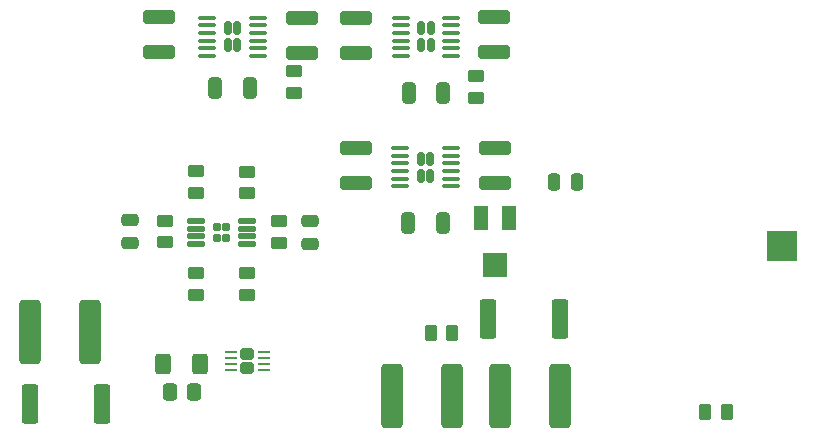
<source format=gbr>
%TF.GenerationSoftware,KiCad,Pcbnew,7.0.1*%
%TF.CreationDate,2024-02-12T12:04:44+00:00*%
%TF.ProjectId,UoB TICSP,556f4220-5449-4435-9350-2e6b69636164,1*%
%TF.SameCoordinates,Original*%
%TF.FileFunction,Paste,Top*%
%TF.FilePolarity,Positive*%
%FSLAX46Y46*%
G04 Gerber Fmt 4.6, Leading zero omitted, Abs format (unit mm)*
G04 Created by KiCad (PCBNEW 7.0.1) date 2024-02-12 12:04:44*
%MOMM*%
%LPD*%
G01*
G04 APERTURE LIST*
G04 Aperture macros list*
%AMRoundRect*
0 Rectangle with rounded corners*
0 $1 Rounding radius*
0 $2 $3 $4 $5 $6 $7 $8 $9 X,Y pos of 4 corners*
0 Add a 4 corners polygon primitive as box body*
4,1,4,$2,$3,$4,$5,$6,$7,$8,$9,$2,$3,0*
0 Add four circle primitives for the rounded corners*
1,1,$1+$1,$2,$3*
1,1,$1+$1,$4,$5*
1,1,$1+$1,$6,$7*
1,1,$1+$1,$8,$9*
0 Add four rect primitives between the rounded corners*
20,1,$1+$1,$2,$3,$4,$5,0*
20,1,$1+$1,$4,$5,$6,$7,0*
20,1,$1+$1,$6,$7,$8,$9,0*
20,1,$1+$1,$8,$9,$2,$3,0*%
G04 Aperture macros list end*
%ADD10RoundRect,0.250000X-1.100000X0.325000X-1.100000X-0.325000X1.100000X-0.325000X1.100000X0.325000X0*%
%ADD11RoundRect,0.250000X0.450000X-0.262500X0.450000X0.262500X-0.450000X0.262500X-0.450000X-0.262500X0*%
%ADD12R,1.300000X2.000000*%
%ADD13R,2.000000X2.000000*%
%ADD14RoundRect,0.167500X-0.167500X-0.407500X0.167500X-0.407500X0.167500X0.407500X-0.167500X0.407500X0*%
%ADD15RoundRect,0.100000X-0.625000X-0.100000X0.625000X-0.100000X0.625000X0.100000X-0.625000X0.100000X0*%
%ADD16RoundRect,0.250000X0.262500X0.450000X-0.262500X0.450000X-0.262500X-0.450000X0.262500X-0.450000X0*%
%ADD17RoundRect,0.250000X0.650000X2.450000X-0.650000X2.450000X-0.650000X-2.450000X0.650000X-2.450000X0*%
%ADD18RoundRect,0.250000X1.100000X-0.325000X1.100000X0.325000X-1.100000X0.325000X-1.100000X-0.325000X0*%
%ADD19RoundRect,0.250000X-0.400000X-0.625000X0.400000X-0.625000X0.400000X0.625000X-0.400000X0.625000X0*%
%ADD20RoundRect,0.250000X-0.325000X-0.650000X0.325000X-0.650000X0.325000X0.650000X-0.325000X0.650000X0*%
%ADD21RoundRect,0.250000X-0.250000X-0.475000X0.250000X-0.475000X0.250000X0.475000X-0.250000X0.475000X0*%
%ADD22RoundRect,0.157500X-0.157500X-0.222500X0.157500X-0.222500X0.157500X0.222500X-0.157500X0.222500X0*%
%ADD23RoundRect,0.125000X-0.600000X-0.125000X0.600000X-0.125000X0.600000X0.125000X-0.600000X0.125000X0*%
%ADD24RoundRect,0.250000X0.325000X0.650000X-0.325000X0.650000X-0.325000X-0.650000X0.325000X-0.650000X0*%
%ADD25RoundRect,0.250000X-0.262500X-0.450000X0.262500X-0.450000X0.262500X0.450000X-0.262500X0.450000X0*%
%ADD26RoundRect,0.250000X-0.450000X0.262500X-0.450000X-0.262500X0.450000X-0.262500X0.450000X0.262500X0*%
%ADD27RoundRect,0.250000X-0.337500X-0.475000X0.337500X-0.475000X0.337500X0.475000X-0.337500X0.475000X0*%
%ADD28RoundRect,0.242500X-0.342500X-0.242500X0.342500X-0.242500X0.342500X0.242500X-0.342500X0.242500X0*%
%ADD29RoundRect,0.062500X-0.412500X-0.062500X0.412500X-0.062500X0.412500X0.062500X-0.412500X0.062500X0*%
%ADD30RoundRect,0.249999X0.450001X1.425001X-0.450001X1.425001X-0.450001X-1.425001X0.450001X-1.425001X0*%
%ADD31RoundRect,0.249999X-0.450001X-1.425001X0.450001X-1.425001X0.450001X1.425001X-0.450001X1.425001X0*%
%ADD32RoundRect,0.250000X-0.475000X0.250000X-0.475000X-0.250000X0.475000X-0.250000X0.475000X0.250000X0*%
%ADD33RoundRect,0.250000X-0.650000X-2.450000X0.650000X-2.450000X0.650000X2.450000X-0.650000X2.450000X0*%
%ADD34R,2.540000X2.540000*%
G04 APERTURE END LIST*
D10*
%TO.C,C23*%
X135966200Y-69519800D03*
X135966200Y-72469800D03*
%TD*%
D11*
%TO.C,R4*%
X114959000Y-73353300D03*
X114959000Y-71528300D03*
%TD*%
D12*
%TO.C,RV1*%
X137110000Y-75462000D03*
D13*
X135960000Y-79462000D03*
D12*
X134810000Y-75462000D03*
%TD*%
D14*
%TO.C,U2*%
X129710600Y-59410600D03*
X129710600Y-60830600D03*
X130530600Y-59410600D03*
X130530600Y-60830600D03*
D15*
X127970600Y-58495600D03*
X127970600Y-59145600D03*
X127970600Y-59795600D03*
X127970600Y-60445600D03*
X127970600Y-61095600D03*
X127970600Y-61745600D03*
X132270600Y-61745600D03*
X132270600Y-61095600D03*
X132270600Y-60445600D03*
X132270600Y-59795600D03*
X132270600Y-59145600D03*
X132270600Y-58495600D03*
%TD*%
D16*
%TO.C,R10*%
X132334000Y-85191600D03*
X130509000Y-85191600D03*
%TD*%
D11*
%TO.C,R7*%
X110641000Y-81938500D03*
X110641000Y-80113500D03*
%TD*%
D17*
%TO.C,C20*%
X132334000Y-90500000D03*
X127234000Y-90500000D03*
%TD*%
D18*
%TO.C,C6*%
X124196000Y-61446000D03*
X124196000Y-58496000D03*
%TD*%
D19*
%TO.C,R13*%
X107877100Y-87833200D03*
X110977100Y-87833200D03*
%TD*%
D11*
%TO.C,R3*%
X117686400Y-77544300D03*
X117686400Y-75719300D03*
%TD*%
D18*
%TO.C,C5*%
X135890000Y-61420800D03*
X135890000Y-58470800D03*
%TD*%
D11*
%TO.C,R5*%
X114959000Y-81962600D03*
X114959000Y-80137600D03*
%TD*%
D20*
%TO.C,C4*%
X128651000Y-64871600D03*
X131601000Y-64871600D03*
%TD*%
D11*
%TO.C,R6*%
X110666400Y-73327900D03*
X110666400Y-71502900D03*
%TD*%
D21*
%TO.C,C15*%
X140995400Y-72440800D03*
X142895400Y-72440800D03*
%TD*%
D22*
%TO.C,U4*%
X112411400Y-76212600D03*
X112411400Y-77152600D03*
X113191400Y-76212600D03*
X113191400Y-77152600D03*
D23*
X110651400Y-75707600D03*
X110651400Y-76357600D03*
X110651400Y-77007600D03*
X110651400Y-77657600D03*
X114951400Y-77657600D03*
X114951400Y-77007600D03*
X114951400Y-76357600D03*
X114951400Y-75707600D03*
%TD*%
D14*
%TO.C,U5*%
X129679800Y-70445200D03*
X129679800Y-71865200D03*
X130499800Y-70445200D03*
X130499800Y-71865200D03*
D15*
X127939800Y-69530200D03*
X127939800Y-70180200D03*
X127939800Y-70830200D03*
X127939800Y-71480200D03*
X127939800Y-72130200D03*
X127939800Y-72780200D03*
X132239800Y-72780200D03*
X132239800Y-72130200D03*
X132239800Y-71480200D03*
X132239800Y-70830200D03*
X132239800Y-70180200D03*
X132239800Y-69530200D03*
%TD*%
D24*
%TO.C,C2*%
X115214400Y-64490600D03*
X112264400Y-64490600D03*
%TD*%
D10*
%TO.C,C3*%
X119634000Y-58496200D03*
X119634000Y-61446200D03*
%TD*%
D25*
%TO.C,R11*%
X153773500Y-91900000D03*
X155598500Y-91900000D03*
%TD*%
D17*
%TO.C,C12*%
X101701600Y-85090000D03*
X96601600Y-85090000D03*
%TD*%
D26*
%TO.C,R2*%
X134391400Y-63474600D03*
X134391400Y-65299600D03*
%TD*%
D27*
%TO.C,C25*%
X108415000Y-90170000D03*
X110490000Y-90170000D03*
%TD*%
D24*
%TO.C,C22*%
X131575600Y-75844400D03*
X128625600Y-75844400D03*
%TD*%
D28*
%TO.C,U3*%
X114982800Y-86967200D03*
X114982800Y-88167200D03*
D29*
X113582800Y-86817200D03*
X113582800Y-87317200D03*
X113582800Y-87817200D03*
X113582800Y-88317200D03*
X116382800Y-88317200D03*
X116382800Y-87817200D03*
X116382800Y-87317200D03*
X116382800Y-86817200D03*
%TD*%
D14*
%TO.C,U1*%
X113327600Y-59410600D03*
X113327600Y-60830600D03*
X114147600Y-59410600D03*
X114147600Y-60830600D03*
D15*
X111587600Y-58495600D03*
X111587600Y-59145600D03*
X111587600Y-59795600D03*
X111587600Y-60445600D03*
X111587600Y-61095600D03*
X111587600Y-61745600D03*
X115887600Y-61745600D03*
X115887600Y-61095600D03*
X115887600Y-60445600D03*
X115887600Y-59795600D03*
X115887600Y-59145600D03*
X115887600Y-58495600D03*
%TD*%
D30*
%TO.C,R12*%
X141505400Y-84048600D03*
X135405400Y-84048600D03*
%TD*%
D11*
%TO.C,R1*%
X118973600Y-64871600D03*
X118973600Y-63046600D03*
%TD*%
D31*
%TO.C,R8*%
X96568800Y-91211400D03*
X102668800Y-91211400D03*
%TD*%
D32*
%TO.C,C11*%
X120286400Y-75717400D03*
X120286400Y-77617400D03*
%TD*%
D10*
%TO.C,C21*%
X124155200Y-69545200D03*
X124155200Y-72495200D03*
%TD*%
%TO.C,C1*%
X107543600Y-58470800D03*
X107543600Y-61420800D03*
%TD*%
D32*
%TO.C,C14*%
X105054400Y-75666600D03*
X105054400Y-77566600D03*
%TD*%
D11*
%TO.C,R9*%
X107986400Y-77518900D03*
X107986400Y-75693900D03*
%TD*%
D33*
%TO.C,C24*%
X136388000Y-90500000D03*
X141488000Y-90500000D03*
%TD*%
D34*
%TO.C,PS1*%
X160274000Y-77800000D03*
%TD*%
M02*

</source>
